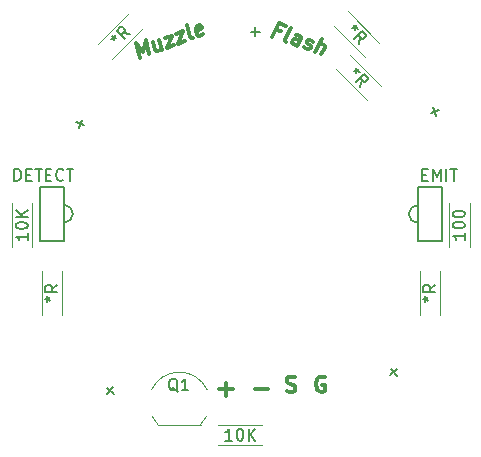
<source format=gto>
G04 #@! TF.FileFunction,Legend,Top*
%FSLAX46Y46*%
G04 Gerber Fmt 4.6, Leading zero omitted, Abs format (unit mm)*
G04 Created by KiCad (PCBNEW 4.0.6) date 05/21/19 14:25:24*
%MOMM*%
%LPD*%
G01*
G04 APERTURE LIST*
%ADD10C,0.100000*%
%ADD11C,0.300000*%
%ADD12C,0.200000*%
%ADD13C,0.120000*%
%ADD14C,0.150000*%
G04 APERTURE END LIST*
D10*
D11*
X170363003Y-71559166D02*
X169971464Y-71416657D01*
X169670613Y-72003940D02*
X170244966Y-70882764D01*
X170804306Y-71086348D01*
X170845229Y-72431465D02*
X170760711Y-72337359D01*
X170759477Y-72210222D01*
X171251779Y-71249215D01*
X171796109Y-72777557D02*
X172096960Y-72190274D01*
X172095726Y-72063138D01*
X172011208Y-71969032D01*
X171787472Y-71887599D01*
X171648253Y-71900271D01*
X171823459Y-72724167D02*
X171684241Y-72736840D01*
X171404571Y-72635049D01*
X171320052Y-72540942D01*
X171318818Y-72413806D01*
X171373518Y-72307027D01*
X171484153Y-72220607D01*
X171623371Y-72207934D01*
X171903041Y-72309726D01*
X172042259Y-72297053D01*
X172326865Y-72907392D02*
X172411384Y-73001498D01*
X172635120Y-73082932D01*
X172774338Y-73070259D01*
X172884973Y-72983839D01*
X172912322Y-72930450D01*
X172911088Y-72803312D01*
X172826570Y-72709207D01*
X172658768Y-72648132D01*
X172574249Y-72554026D01*
X172573016Y-72426889D01*
X172600366Y-72373499D01*
X172711001Y-72287080D01*
X172850219Y-72274407D01*
X173018021Y-72335482D01*
X173102539Y-72429588D01*
X173306329Y-73327232D02*
X173880681Y-72206057D01*
X173809736Y-73510457D02*
X174110587Y-72923175D01*
X174109353Y-72796039D01*
X174024835Y-72701932D01*
X173857032Y-72640857D01*
X173717815Y-72653530D01*
X173634530Y-72686560D01*
X174090476Y-100850000D02*
X173966667Y-100788095D01*
X173780952Y-100788095D01*
X173595238Y-100850000D01*
X173471429Y-100973810D01*
X173409524Y-101097619D01*
X173347619Y-101345238D01*
X173347619Y-101530952D01*
X173409524Y-101778571D01*
X173471429Y-101902381D01*
X173595238Y-102026190D01*
X173780952Y-102088095D01*
X173904762Y-102088095D01*
X174090476Y-102026190D01*
X174152381Y-101964286D01*
X174152381Y-101530952D01*
X173904762Y-101530952D01*
X168178572Y-101857143D02*
X169321429Y-101857143D01*
X165178572Y-101857143D02*
X166321429Y-101857143D01*
X165750000Y-102428571D02*
X165750000Y-101285714D01*
X170878572Y-102026190D02*
X171064286Y-102088095D01*
X171373810Y-102088095D01*
X171497620Y-102026190D01*
X171559524Y-101964286D01*
X171621429Y-101840476D01*
X171621429Y-101716667D01*
X171559524Y-101592857D01*
X171497620Y-101530952D01*
X171373810Y-101469048D01*
X171126191Y-101407143D01*
X171002382Y-101345238D01*
X170940477Y-101283333D01*
X170878572Y-101159524D01*
X170878572Y-101035714D01*
X170940477Y-100911905D01*
X171002382Y-100850000D01*
X171126191Y-100788095D01*
X171435715Y-100788095D01*
X171621429Y-100850000D01*
D12*
X147821428Y-84202381D02*
X147821428Y-83202381D01*
X148059523Y-83202381D01*
X148202381Y-83250000D01*
X148297619Y-83345238D01*
X148345238Y-83440476D01*
X148392857Y-83630952D01*
X148392857Y-83773810D01*
X148345238Y-83964286D01*
X148297619Y-84059524D01*
X148202381Y-84154762D01*
X148059523Y-84202381D01*
X147821428Y-84202381D01*
X148821428Y-83678571D02*
X149154762Y-83678571D01*
X149297619Y-84202381D02*
X148821428Y-84202381D01*
X148821428Y-83202381D01*
X149297619Y-83202381D01*
X149583333Y-83202381D02*
X150154762Y-83202381D01*
X149869047Y-84202381D02*
X149869047Y-83202381D01*
X150488095Y-83678571D02*
X150821429Y-83678571D01*
X150964286Y-84202381D02*
X150488095Y-84202381D01*
X150488095Y-83202381D01*
X150964286Y-83202381D01*
X151964286Y-84107143D02*
X151916667Y-84154762D01*
X151773810Y-84202381D01*
X151678572Y-84202381D01*
X151535714Y-84154762D01*
X151440476Y-84059524D01*
X151392857Y-83964286D01*
X151345238Y-83773810D01*
X151345238Y-83630952D01*
X151392857Y-83440476D01*
X151440476Y-83345238D01*
X151535714Y-83250000D01*
X151678572Y-83202381D01*
X151773810Y-83202381D01*
X151916667Y-83250000D01*
X151964286Y-83297619D01*
X152250000Y-83202381D02*
X152821429Y-83202381D01*
X152535714Y-84202381D02*
X152535714Y-83202381D01*
X182345238Y-83678571D02*
X182678572Y-83678571D01*
X182821429Y-84202381D02*
X182345238Y-84202381D01*
X182345238Y-83202381D01*
X182821429Y-83202381D01*
X183250000Y-84202381D02*
X183250000Y-83202381D01*
X183583334Y-83916667D01*
X183916667Y-83202381D01*
X183916667Y-84202381D01*
X184392857Y-84202381D02*
X184392857Y-83202381D01*
X184726190Y-83202381D02*
X185297619Y-83202381D01*
X185011904Y-84202381D02*
X185011904Y-83202381D01*
D11*
X158442147Y-73782749D02*
X158161449Y-72554693D01*
X158753485Y-73289368D01*
X158944525Y-72269676D01*
X159225224Y-73497733D01*
X160100838Y-72292221D02*
X160287971Y-73110924D01*
X159597432Y-72475446D02*
X159744464Y-73118713D01*
X159827132Y-73215312D01*
X159952366Y-73233074D01*
X160120169Y-73171999D01*
X160218670Y-73072804D01*
X160261237Y-72993968D01*
X160548310Y-72129354D02*
X161163585Y-71905412D01*
X160735443Y-72948058D01*
X161350718Y-72724116D01*
X161499190Y-71783262D02*
X162114465Y-71559320D01*
X161686323Y-72601966D01*
X162301598Y-72378024D01*
X162916873Y-72154082D02*
X162791638Y-72136320D01*
X162708971Y-72039721D01*
X162468373Y-70987101D01*
X163798452Y-71769870D02*
X163699951Y-71869065D01*
X163476215Y-71950499D01*
X163350979Y-71932737D01*
X163268312Y-71836138D01*
X163161379Y-71368306D01*
X163190580Y-71230991D01*
X163289082Y-71131795D01*
X163512818Y-71050362D01*
X163638054Y-71068124D01*
X163720720Y-71164723D01*
X163747453Y-71281681D01*
X163214846Y-71602222D01*
D12*
X152016000Y-87762000D02*
G75*
G03X152778000Y-87000000I0J762000D01*
G01*
X152778000Y-87000000D02*
G75*
G03X152016000Y-86238000I-762000J0D01*
G01*
X149984000Y-84714000D02*
X149984000Y-89286000D01*
X149984000Y-89286000D02*
X152016000Y-89286000D01*
X152016000Y-89286000D02*
X152016000Y-84714000D01*
X152016000Y-84714000D02*
X149984000Y-84714000D01*
D13*
X147640000Y-89820000D02*
X147640000Y-86100000D01*
X149360000Y-89820000D02*
X149360000Y-86100000D01*
X168820000Y-106610000D02*
X165100000Y-106610000D01*
X168820000Y-104890000D02*
X165100000Y-104890000D01*
X177661056Y-77377279D02*
X175030618Y-74746842D01*
X178877279Y-76161056D02*
X176246842Y-73530618D01*
X176088944Y-69872721D02*
X178719382Y-72503158D01*
X174872721Y-71088944D02*
X177503158Y-73719382D01*
X182140000Y-95570000D02*
X182140000Y-91850000D01*
X183860000Y-95570000D02*
X183860000Y-91850000D01*
X150140000Y-95570000D02*
X150140000Y-91850000D01*
X151860000Y-95570000D02*
X151860000Y-91850000D01*
X154872721Y-72661056D02*
X157503158Y-70030618D01*
X156088944Y-73877279D02*
X158719382Y-71246842D01*
X184640000Y-89820000D02*
X184640000Y-86100000D01*
X186360000Y-89820000D02*
X186360000Y-86100000D01*
D12*
X181222000Y-87020000D02*
G75*
G03X181984000Y-87782000I762000J0D01*
G01*
X181984000Y-86258000D02*
G75*
G03X181222000Y-87020000I0J-762000D01*
G01*
X184016000Y-84734000D02*
X184016000Y-89306000D01*
X184016000Y-89306000D02*
X181984000Y-89306000D01*
X181984000Y-89306000D02*
X181984000Y-84734000D01*
X181984000Y-84734000D02*
X184016000Y-84734000D01*
D13*
X159990000Y-104850000D02*
X163590000Y-104850000D01*
X159465816Y-104122795D02*
G75*
G03X159990000Y-104850000I2324184J1122795D01*
G01*
X159433600Y-101901193D02*
G75*
G02X161790000Y-100400000I2356400J-1098807D01*
G01*
X164146400Y-101901193D02*
G75*
G03X161790000Y-100400000I-2356400J-1098807D01*
G01*
X164114184Y-104122795D02*
G75*
G02X163590000Y-104850000I-2324184J1122795D01*
G01*
D14*
X183291439Y-77997600D02*
X183552026Y-78713557D01*
X183063755Y-78485872D02*
X183779712Y-78225285D01*
X148952381Y-88650476D02*
X148952381Y-89221905D01*
X148952381Y-88936191D02*
X147952381Y-88936191D01*
X148095238Y-89031429D01*
X148190476Y-89126667D01*
X148238095Y-89221905D01*
X147952381Y-88031429D02*
X147952381Y-87936190D01*
X148000000Y-87840952D01*
X148047619Y-87793333D01*
X148142857Y-87745714D01*
X148333333Y-87698095D01*
X148571429Y-87698095D01*
X148761905Y-87745714D01*
X148857143Y-87793333D01*
X148904762Y-87840952D01*
X148952381Y-87936190D01*
X148952381Y-88031429D01*
X148904762Y-88126667D01*
X148857143Y-88174286D01*
X148761905Y-88221905D01*
X148571429Y-88269524D01*
X148333333Y-88269524D01*
X148142857Y-88221905D01*
X148047619Y-88174286D01*
X148000000Y-88126667D01*
X147952381Y-88031429D01*
X148952381Y-87269524D02*
X147952381Y-87269524D01*
X148952381Y-86698095D02*
X148380952Y-87126667D01*
X147952381Y-86698095D02*
X148523810Y-87269524D01*
X166269524Y-106202381D02*
X165698095Y-106202381D01*
X165983809Y-106202381D02*
X165983809Y-105202381D01*
X165888571Y-105345238D01*
X165793333Y-105440476D01*
X165698095Y-105488095D01*
X166888571Y-105202381D02*
X166983810Y-105202381D01*
X167079048Y-105250000D01*
X167126667Y-105297619D01*
X167174286Y-105392857D01*
X167221905Y-105583333D01*
X167221905Y-105821429D01*
X167174286Y-106011905D01*
X167126667Y-106107143D01*
X167079048Y-106154762D01*
X166983810Y-106202381D01*
X166888571Y-106202381D01*
X166793333Y-106154762D01*
X166745714Y-106107143D01*
X166698095Y-106011905D01*
X166650476Y-105821429D01*
X166650476Y-105583333D01*
X166698095Y-105392857D01*
X166745714Y-105297619D01*
X166793333Y-105250000D01*
X166888571Y-105202381D01*
X167650476Y-106202381D02*
X167650476Y-105202381D01*
X168221905Y-106202381D02*
X167793333Y-105630952D01*
X168221905Y-105202381D02*
X167650476Y-105773810D01*
X176987621Y-74713171D02*
X176819262Y-74881529D01*
X176718247Y-74645827D02*
X176819262Y-74881529D01*
X177054965Y-74982545D01*
X176583560Y-74915201D02*
X176819262Y-74881529D01*
X176785591Y-75117232D01*
X177122308Y-76262072D02*
X177223323Y-75689651D01*
X176718247Y-75858010D02*
X177425354Y-75150904D01*
X177694728Y-75420278D01*
X177728400Y-75521293D01*
X177728400Y-75588637D01*
X177694728Y-75689652D01*
X177593713Y-75790667D01*
X177492698Y-75824339D01*
X177425354Y-75824339D01*
X177324339Y-75790667D01*
X177054965Y-75521292D01*
X176829723Y-71055273D02*
X176661364Y-71223631D01*
X176560349Y-70987929D02*
X176661364Y-71223631D01*
X176897067Y-71324647D01*
X176425662Y-71257303D02*
X176661364Y-71223631D01*
X176627693Y-71459334D01*
X176964410Y-72604174D02*
X177065425Y-72031753D01*
X176560349Y-72200112D02*
X177267456Y-71493006D01*
X177536830Y-71762380D01*
X177570502Y-71863395D01*
X177570502Y-71930739D01*
X177536830Y-72031754D01*
X177435815Y-72132769D01*
X177334800Y-72166441D01*
X177267456Y-72166441D01*
X177166441Y-72132769D01*
X176897067Y-71863394D01*
X182452381Y-94210000D02*
X182690476Y-94210000D01*
X182595238Y-94448095D02*
X182690476Y-94210000D01*
X182595238Y-93971904D01*
X182880952Y-94352857D02*
X182690476Y-94210000D01*
X182880952Y-94067142D01*
X183452381Y-93019523D02*
X182976190Y-93352857D01*
X183452381Y-93590952D02*
X182452381Y-93590952D01*
X182452381Y-93209999D01*
X182500000Y-93114761D01*
X182547619Y-93067142D01*
X182642857Y-93019523D01*
X182785714Y-93019523D01*
X182880952Y-93067142D01*
X182928571Y-93114761D01*
X182976190Y-93209999D01*
X182976190Y-93590952D01*
X150452381Y-94210000D02*
X150690476Y-94210000D01*
X150595238Y-94448095D02*
X150690476Y-94210000D01*
X150595238Y-93971904D01*
X150880952Y-94352857D02*
X150690476Y-94210000D01*
X150880952Y-94067142D01*
X151452381Y-93019523D02*
X150976190Y-93352857D01*
X151452381Y-93590952D02*
X150452381Y-93590952D01*
X150452381Y-93209999D01*
X150500000Y-93114761D01*
X150547619Y-93067142D01*
X150642857Y-93019523D01*
X150785714Y-93019523D01*
X150880952Y-93067142D01*
X150928571Y-93114761D01*
X150976190Y-93209999D01*
X150976190Y-93590952D01*
X156055273Y-71920277D02*
X156223631Y-72088636D01*
X155987929Y-72189651D02*
X156223631Y-72088636D01*
X156324647Y-71852933D01*
X156257303Y-72324338D02*
X156223631Y-72088636D01*
X156459334Y-72122307D01*
X157604174Y-71785590D02*
X157031753Y-71684575D01*
X157200112Y-72189651D02*
X156493006Y-71482544D01*
X156762380Y-71213170D01*
X156863395Y-71179498D01*
X156930739Y-71179498D01*
X157031754Y-71213170D01*
X157132769Y-71314185D01*
X157166441Y-71415200D01*
X157166441Y-71482544D01*
X157132769Y-71583559D01*
X156863394Y-71852933D01*
X185952381Y-88626666D02*
X185952381Y-89198095D01*
X185952381Y-88912381D02*
X184952381Y-88912381D01*
X185095238Y-89007619D01*
X185190476Y-89102857D01*
X185238095Y-89198095D01*
X184952381Y-88007619D02*
X184952381Y-87912380D01*
X185000000Y-87817142D01*
X185047619Y-87769523D01*
X185142857Y-87721904D01*
X185333333Y-87674285D01*
X185571429Y-87674285D01*
X185761905Y-87721904D01*
X185857143Y-87769523D01*
X185904762Y-87817142D01*
X185952381Y-87912380D01*
X185952381Y-88007619D01*
X185904762Y-88102857D01*
X185857143Y-88150476D01*
X185761905Y-88198095D01*
X185571429Y-88245714D01*
X185333333Y-88245714D01*
X185142857Y-88198095D01*
X185047619Y-88150476D01*
X185000000Y-88102857D01*
X184952381Y-88007619D01*
X184952381Y-87055238D02*
X184952381Y-86959999D01*
X185000000Y-86864761D01*
X185047619Y-86817142D01*
X185142857Y-86769523D01*
X185333333Y-86721904D01*
X185571429Y-86721904D01*
X185761905Y-86769523D01*
X185857143Y-86817142D01*
X185904762Y-86864761D01*
X185952381Y-86959999D01*
X185952381Y-87055238D01*
X185904762Y-87150476D01*
X185857143Y-87198095D01*
X185761905Y-87245714D01*
X185571429Y-87293333D01*
X185333333Y-87293333D01*
X185142857Y-87245714D01*
X185047619Y-87198095D01*
X185000000Y-87150476D01*
X184952381Y-87055238D01*
X155640313Y-101749542D02*
X156223966Y-102239285D01*
X155687269Y-102286240D02*
X156177012Y-101702587D01*
X153267052Y-79739616D02*
X153527639Y-79023659D01*
X153755323Y-79511930D02*
X153039367Y-79251344D01*
X167849048Y-71571429D02*
X168610953Y-71571429D01*
X168230001Y-71952381D02*
X168230001Y-71190476D01*
X179660504Y-100658027D02*
X180244157Y-100168284D01*
X180197202Y-100704981D02*
X179707459Y-100121328D01*
X161654762Y-102047619D02*
X161559524Y-102000000D01*
X161464286Y-101904762D01*
X161321429Y-101761905D01*
X161226190Y-101714286D01*
X161130952Y-101714286D01*
X161178571Y-101952381D02*
X161083333Y-101904762D01*
X160988095Y-101809524D01*
X160940476Y-101619048D01*
X160940476Y-101285714D01*
X160988095Y-101095238D01*
X161083333Y-101000000D01*
X161178571Y-100952381D01*
X161369048Y-100952381D01*
X161464286Y-101000000D01*
X161559524Y-101095238D01*
X161607143Y-101285714D01*
X161607143Y-101619048D01*
X161559524Y-101809524D01*
X161464286Y-101904762D01*
X161369048Y-101952381D01*
X161178571Y-101952381D01*
X162559524Y-101952381D02*
X161988095Y-101952381D01*
X162273809Y-101952381D02*
X162273809Y-100952381D01*
X162178571Y-101095238D01*
X162083333Y-101190476D01*
X161988095Y-101238095D01*
M02*

</source>
